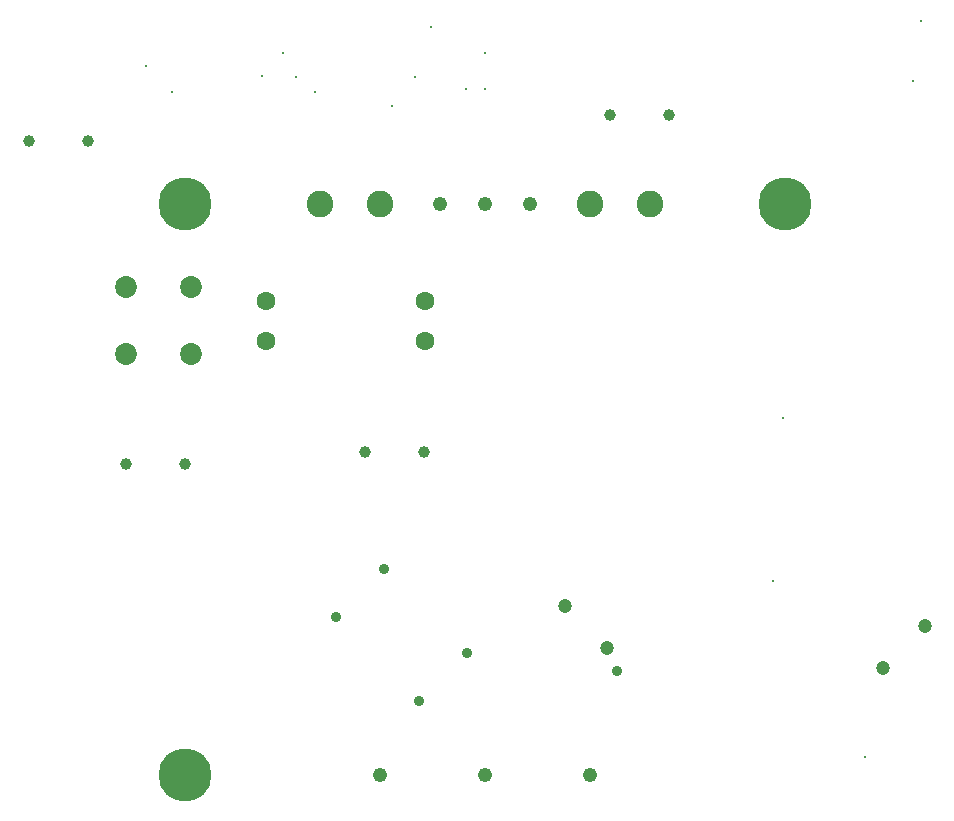
<source format=gbr>
%TF.GenerationSoftware,KiCad,Pcbnew,8.0.6*%
%TF.CreationDate,2025-02-06T23:23:27+01:00*%
%TF.ProjectId,TDK_DCDC_pcb,54444b5f-4443-4444-935f-7063622e6b69,rev?*%
%TF.SameCoordinates,Original*%
%TF.FileFunction,Plated,1,2,PTH,Drill*%
%TF.FilePolarity,Positive*%
%FSLAX46Y46*%
G04 Gerber Fmt 4.6, Leading zero omitted, Abs format (unit mm)*
G04 Created by KiCad (PCBNEW 8.0.6) date 2025-02-06 23:23:27*
%MOMM*%
%LPD*%
G01*
G04 APERTURE LIST*
%TA.AperFunction,ViaDrill*%
%ADD10C,0.300000*%
%TD*%
%TA.AperFunction,ViaDrill*%
%ADD11C,0.900000*%
%TD*%
%TA.AperFunction,ComponentDrill*%
%ADD12C,0.900000*%
%TD*%
%TA.AperFunction,ComponentDrill*%
%ADD13C,1.000000*%
%TD*%
%TA.AperFunction,ComponentDrill*%
%ADD14C,1.200000*%
%TD*%
%TA.AperFunction,ComponentDrill*%
%ADD15C,1.244600*%
%TD*%
%TA.AperFunction,ComponentDrill*%
%ADD16C,1.600000*%
%TD*%
%TA.AperFunction,ComponentDrill*%
%ADD17C,1.854200*%
%TD*%
%TA.AperFunction,ComponentDrill*%
%ADD18C,2.260600*%
%TD*%
%TA.AperFunction,ComponentDrill*%
%ADD19C,4.500000*%
%TD*%
G04 APERTURE END LIST*
D10*
X115300000Y-66284177D03*
X117500000Y-68500000D03*
X125100000Y-67184177D03*
X126940000Y-65170000D03*
X128040000Y-67280000D03*
X129587500Y-68502500D03*
X136140000Y-69670000D03*
X138120000Y-67210000D03*
X139400000Y-63000000D03*
X142360000Y-68280000D03*
X143995000Y-65232500D03*
X143995000Y-68290000D03*
X168400000Y-109900000D03*
X169200000Y-96100000D03*
X176140000Y-124830000D03*
X180210000Y-67620000D03*
X180910000Y-62516000D03*
D11*
X155196314Y-117540486D03*
D12*
%TO.C,C3*%
X131388932Y-112962876D03*
%TO.C,C2*%
X135428932Y-108928932D03*
%TO.C,C3*%
X138460000Y-120033944D03*
%TO.C,C2*%
X142500000Y-116000000D03*
D13*
%TO.C,C10*%
X105367678Y-72700000D03*
X110367678Y-72700000D03*
%TO.C,C11*%
X113632323Y-100000000D03*
X118632323Y-100000000D03*
%TO.C,C9*%
X133882323Y-99000000D03*
X138882323Y-99000000D03*
%TO.C,C8*%
X154604323Y-70485000D03*
X159604323Y-70485000D03*
D14*
%TO.C,C1*%
X150764466Y-112048643D03*
X154300000Y-115584177D03*
%TO.C,C6*%
X177700000Y-117300000D03*
X181235534Y-113764466D03*
D15*
%TO.C,U1*%
X135100000Y-126320000D03*
X140180000Y-78020000D03*
X143990000Y-78020000D03*
X143990000Y-126320000D03*
X147800000Y-78020000D03*
X152880000Y-126320000D03*
D16*
%TO.C,F2*%
X125480000Y-86189177D03*
X125480000Y-89589177D03*
X138950000Y-86189177D03*
X138950000Y-89589177D03*
D17*
%TO.C,LV_out1*%
X113613551Y-85000776D03*
X113613551Y-90700779D03*
X119113550Y-85000775D03*
X119113551Y-90700779D03*
D18*
%TO.C,U1*%
X130020000Y-78020000D03*
X135100000Y-78020000D03*
X152880000Y-78020000D03*
X157960000Y-78020000D03*
D19*
%TO.C,U6*%
X118590000Y-78030000D03*
%TO.C,U7*%
X118590000Y-126330000D03*
%TO.C,U5*%
X169390000Y-78030000D03*
M02*

</source>
